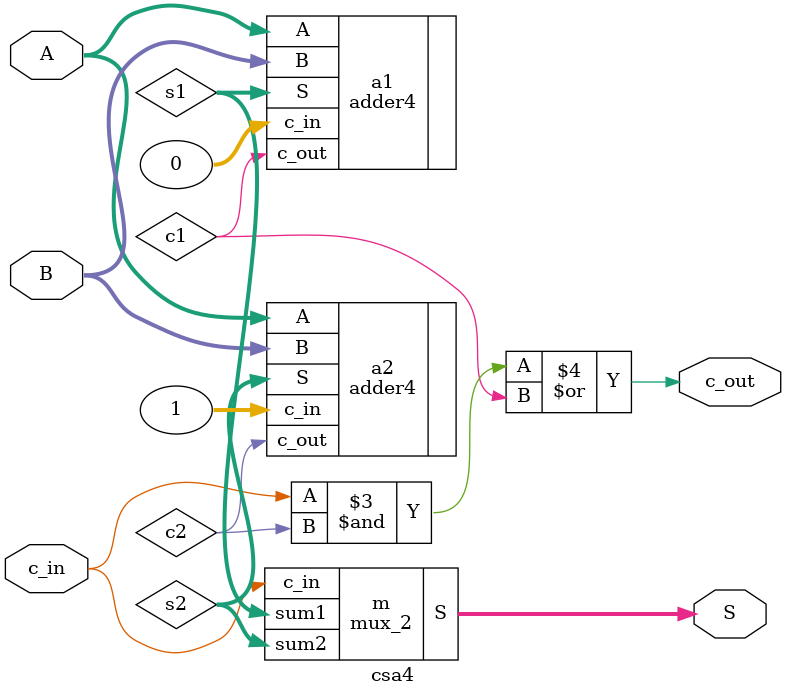
<source format=sv>
module select_adder (
	input  logic  [15:0] a, 
    input  logic  [15:0] b,
	input  logic         cin,
	
	output logic  [15:0] s,
	output logic         cout
);

	/* TODO
		*
		* Insert code here to implement a CSA adder.
		* Your code should be completly combinational (don't use always_ff or always_latch).
		* Feel free to create sub-modules or other files. */
		logic s1,s2,s3,s4;
		logic c4,c8,c12;
		adder4 a1 (.A (a[3:0]), .B (b[3:0]), .c_in(cin), .S (s[3:0]), .c_out (c4));
		csa4 a2(.A(a[7:4]),.B(b[7:4]), .c_in(c4), .c_out(c8), .S(s[7:4]));
		csa4 a3(.A(a[11:8]),.B(b[11:8]), .c_in(c8), .c_out(c12), .S(s[11:8]));
		csa4 a4(.A(a[15:12]),.B(b[15:12]), .c_in(c12), .c_out(cout), .S(s[15:12]));

endmodule



module mux_2(input logic [3:0] sum1,sum2,
             input logic c_in,
             
             output logic [3:0] S
);
always_comb
begin
unique case(c_in)
            1'b0 : S = sum1;
            1'b1 : S = sum2;
       endcase
end 
endmodule



module csa4(input logic [3:0] A,B,
            input logic c_in,
            output logic c_out,
            output [3:0] S
);
logic c1,c2;
logic[3:0] s1,s2;

adder4 a1 (.A (A[3:0]), .B (B[3:0]), .c_in(0), .S (s1), .c_out (c1));
adder4 a2 (.A (A[3:0]), .B (B[3:0]), .c_in(1), .S (s2), .c_out (c2));
mux_2  m (.sum1(s1), .sum2(s2),.c_in(c_in),.S(S));
assign c_out = (c_in & c2) | c1;
endmodule

</source>
